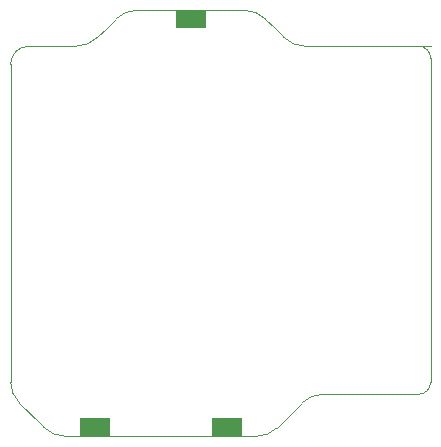
<source format=gbr>
G04 Layer_Color=0*
%FSLAX45Y45*%
%MOMM*%
%TF.FileFunction,Profile,NP*%
%TF.Part,Single*%
G01*
G75*
%TA.AperFunction,Profile*%
%ADD35C,0.02540*%
G36*
X-1244600Y2438400D02*
Y2590800D01*
X-1092200Y2590800D01*
X-990600Y2590800D01*
Y2438400D01*
X-1244600D01*
D02*
G37*
G36*
X-939800Y-1016000D02*
Y-863600D01*
X-685800D01*
Y-1016000D01*
X-939800D01*
D02*
G37*
G36*
X-2057400D02*
Y-863600D01*
X-1803400D01*
Y-1016000D01*
X-2057400D01*
D02*
G37*
D35*
X914400Y2286000D02*
X-148790D01*
D02*
G02*
X-328395Y2360395I0J254000D01*
G01*
X-406400Y2438400D01*
X-484405Y2516405D01*
D02*
G03*
X-664010Y2590800I-179605J-179605D01*
G01*
X-711200D01*
X-1571190D01*
D02*
G03*
X-1750795Y2516405I0J-254000D01*
G01*
X-1828800Y2438400D01*
X-1906805Y2360395D01*
D02*
G02*
X-2086410Y2286000I-179605J179605D01*
G01*
X-2489200D01*
D02*
G03*
X-2641600Y2133600I0J-152400D01*
G01*
Y-304800D01*
Y-556242D01*
D02*
G03*
X-2567949Y-734051I251460J0D01*
G01*
X-2387600Y-914400D01*
X-2359651Y-942349D01*
D02*
G03*
X-2181842Y-1016000I177809J177809D01*
G01*
X-558800D01*
D02*
G03*
X-385358Y-944158I0J245284D01*
G01*
X-304800Y-863600D01*
X-175251Y-734051D01*
D02*
G02*
X2558Y-660400I177809J-177809D01*
G01*
X254000D01*
X812800D01*
D02*
G03*
X914400Y-558800I0J101600D01*
G01*
Y2133600D01*
Y2184400D01*
D02*
G03*
X812800Y2286000I-101600J0D01*
G01*
X914400D01*
%TF.MD5,506bf83b8ecd508e2912500efa480f77*%
M02*

</source>
